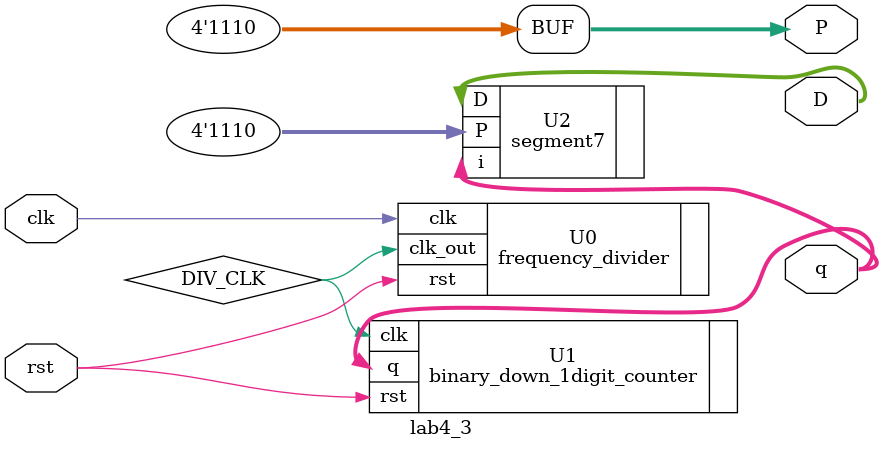
<source format=v>
`timescale 1ns / 1ps


`define BCD_COUNTER_BITS 4
`define RST_HIGH 1'b1
`define SEGMENT_7_DISPALY_DIGIT_N 4
`define SEGMENT_7_SEGMENT_N 8

module lab4_3(
    q,
    P,
    D,
    rst,
    clk
    );
    output [`BCD_COUNTER_BITS-1:0]q;
    output [`SEGMENT_7_DISPALY_DIGIT_N-1:0]P;
    output [`SEGMENT_7_SEGMENT_N-1:0]D;
    input rst;
    input clk;
    
//    reg [`BCD_COUNTER_BITS-1:0]q;
    wire DIV_CLK;
    
    assign P = 4'b1110;
    
    frequency_divider U0(.clk(clk), .rst(rst), .clk_out(DIV_CLK));
    binary_down_1digit_counter U1(.clk(DIV_CLK), .rst(rst), .q(q));
    segment7 U2(.i(q), .P(P), .D(D));
endmodule

</source>
